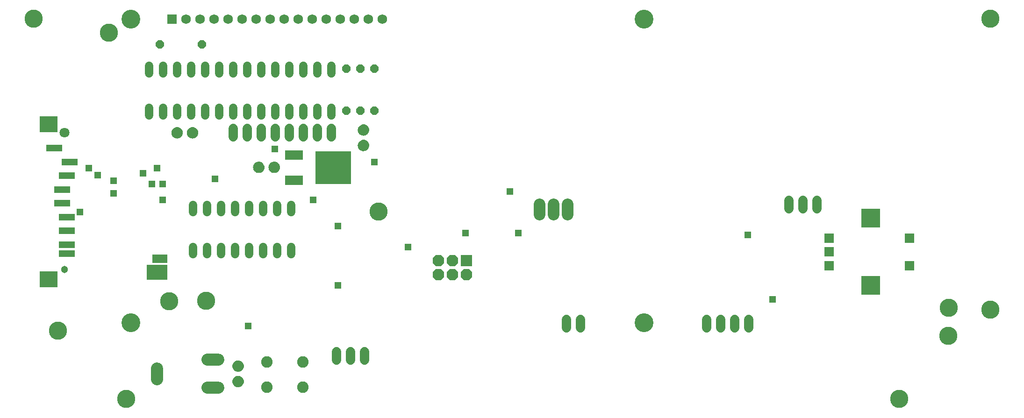
<source format=gbs>
G75*
G70*
%OFA0B0*%
%FSLAX24Y24*%
%IPPOS*%
%LPD*%
%AMOC8*
5,1,8,0,0,1.08239X$1,22.5*
%
%ADD10R,0.0820X0.0820*%
%ADD11OC8,0.0820*%
%ADD12C,0.1300*%
%ADD13C,0.0680*%
%ADD14C,0.0600*%
%ADD15OC8,0.0600*%
%ADD16R,0.0674X0.0674*%
%ADD17R,0.1346X0.1346*%
%ADD18R,0.0680X0.0680*%
%ADD19C,0.0680*%
%ADD20C,0.1340*%
%ADD21C,0.0860*%
%ADD22C,0.0050*%
%ADD23R,0.2521X0.2363*%
%ADD24R,0.1261X0.0710*%
%ADD25R,0.1261X0.1143*%
%ADD26R,0.1123X0.0513*%
%ADD27R,0.1458X0.0631*%
%ADD28R,0.1458X0.0474*%
%ADD29R,0.1064X0.0631*%
%ADD30C,0.0710*%
%ADD31C,0.0513*%
%ADD32C,0.0820*%
%ADD33C,0.0674*%
%ADD34C,0.0820*%
%ADD35R,0.0476X0.0476*%
D10*
X033031Y011181D03*
D11*
X032031Y011181D03*
X031031Y011181D03*
X031031Y010181D03*
X032031Y010181D03*
X033031Y010181D03*
D12*
X008781Y001306D03*
X003906Y006181D03*
X011826Y008289D03*
X014451Y008314D03*
X026781Y014681D03*
X007531Y027431D03*
X002156Y028431D03*
X067426Y007826D03*
X070406Y007681D03*
X067413Y005814D03*
X063906Y001306D03*
X070406Y028431D03*
D13*
X058031Y015481D02*
X058031Y014881D01*
X057031Y014881D02*
X057031Y015481D01*
X056031Y015481D02*
X056031Y014881D01*
X053156Y006981D02*
X053156Y006381D01*
X052156Y006381D02*
X052156Y006981D01*
X051156Y006981D02*
X051156Y006381D01*
X050156Y006381D02*
X050156Y006981D01*
X041156Y006981D02*
X041156Y006381D01*
X040156Y006381D02*
X040156Y006981D01*
X023388Y020014D02*
X023388Y020614D01*
X022388Y020614D02*
X022388Y020014D01*
X021388Y020014D02*
X021388Y020614D01*
X020388Y020614D02*
X020388Y020014D01*
X019388Y020014D02*
X019388Y020614D01*
X018388Y020614D02*
X018388Y020014D01*
X017388Y020014D02*
X017388Y020614D01*
X016388Y020614D02*
X016388Y020014D01*
D14*
X016401Y021554D02*
X016401Y022074D01*
X017401Y022074D02*
X017401Y021554D01*
X018401Y021554D02*
X018401Y022074D01*
X019401Y022074D02*
X019401Y021554D01*
X020401Y021554D02*
X020401Y022074D01*
X021401Y022074D02*
X021401Y021554D01*
X022401Y021554D02*
X022401Y022074D01*
X023401Y022074D02*
X023401Y021554D01*
X015401Y021554D02*
X015401Y022074D01*
X014401Y022074D02*
X014401Y021554D01*
X013401Y021554D02*
X013401Y022074D01*
X012401Y022074D02*
X012401Y021554D01*
X011401Y021554D02*
X011401Y022074D01*
X010401Y022074D02*
X010401Y021554D01*
X010401Y024554D02*
X010401Y025074D01*
X011401Y025074D02*
X011401Y024554D01*
X012401Y024554D02*
X012401Y025074D01*
X013401Y025074D02*
X013401Y024554D01*
X014401Y024554D02*
X014401Y025074D01*
X015401Y025074D02*
X015401Y024554D01*
X016401Y024554D02*
X016401Y025074D01*
X017401Y025074D02*
X017401Y024554D01*
X018401Y024554D02*
X018401Y025074D01*
X019401Y025074D02*
X019401Y024554D01*
X020401Y024554D02*
X020401Y025074D01*
X021401Y025074D02*
X021401Y024554D01*
X022401Y024554D02*
X022401Y025074D01*
X023401Y025074D02*
X023401Y024554D01*
X020526Y015161D02*
X020526Y014641D01*
X019526Y014641D02*
X019526Y015161D01*
X018526Y015161D02*
X018526Y014641D01*
X017526Y014641D02*
X017526Y015161D01*
X016526Y015161D02*
X016526Y014641D01*
X015526Y014641D02*
X015526Y015161D01*
X014526Y015161D02*
X014526Y014641D01*
X013526Y014641D02*
X013526Y015161D01*
X013526Y012161D02*
X013526Y011641D01*
X014526Y011641D02*
X014526Y012161D01*
X015526Y012161D02*
X015526Y011641D01*
X016526Y011641D02*
X016526Y012161D01*
X017526Y012161D02*
X017526Y011641D01*
X018526Y011641D02*
X018526Y012161D01*
X019526Y012161D02*
X019526Y011641D01*
X020526Y011641D02*
X020526Y012161D01*
D15*
X024463Y021864D03*
X025463Y021876D03*
X026451Y021889D03*
X026451Y024889D03*
X025463Y024876D03*
X024463Y024864D03*
X014163Y026614D03*
X011163Y026614D03*
D16*
X058911Y012785D03*
X058911Y011801D03*
X058911Y010817D03*
X064619Y010817D03*
X064619Y012785D03*
D17*
X061863Y014203D03*
X061863Y009400D03*
D18*
X012050Y028401D03*
D19*
X013050Y028401D03*
X014050Y028401D03*
X015050Y028401D03*
X016050Y028401D03*
X017050Y028401D03*
X018050Y028401D03*
X019050Y028401D03*
X020050Y028401D03*
X021050Y028401D03*
X022050Y028401D03*
X023050Y028401D03*
X024050Y028401D03*
X025050Y028401D03*
X026050Y028401D03*
X027050Y028401D03*
D20*
X009098Y028401D03*
X045712Y028401D03*
X045712Y006748D03*
X009098Y006748D03*
D21*
X014561Y004101D02*
X015341Y004101D01*
X010951Y003491D02*
X010951Y002711D01*
X014561Y002101D02*
X015341Y002101D01*
D22*
X016398Y002419D02*
X016381Y002482D01*
X016374Y002548D01*
X016381Y002614D01*
X016399Y002678D01*
X016428Y002737D01*
X016466Y002791D01*
X016514Y002837D01*
X016569Y002874D01*
X016629Y002901D01*
X016693Y002917D01*
X016759Y002922D01*
X016831Y002914D01*
X016900Y002893D01*
X016963Y002858D01*
X017019Y002811D01*
X017064Y002755D01*
X017097Y002691D01*
X017118Y002621D01*
X017124Y002549D01*
X017119Y002485D01*
X017103Y002422D01*
X017077Y002363D01*
X017040Y002309D01*
X016995Y002263D01*
X016943Y002225D01*
X016885Y002197D01*
X016822Y002180D01*
X016758Y002173D01*
X016692Y002178D01*
X016628Y002194D01*
X016568Y002222D01*
X016513Y002259D01*
X016466Y002305D01*
X016427Y002359D01*
X016398Y002419D01*
X016402Y002411D02*
X017098Y002411D01*
X017113Y002459D02*
X016387Y002459D01*
X016378Y002508D02*
X017121Y002508D01*
X017123Y002556D02*
X016375Y002556D01*
X016380Y002605D02*
X017119Y002605D01*
X017108Y002653D02*
X016392Y002653D01*
X016410Y002702D02*
X017092Y002702D01*
X017066Y002750D02*
X016437Y002750D01*
X016475Y002799D02*
X017029Y002799D01*
X016976Y002847D02*
X016529Y002847D01*
X016617Y002896D02*
X016889Y002896D01*
X016822Y003282D02*
X016758Y003275D01*
X016692Y003280D01*
X016628Y003296D01*
X016568Y003324D01*
X016513Y003361D01*
X016466Y003407D01*
X016427Y003461D01*
X016398Y003521D01*
X016381Y003584D01*
X016374Y003650D01*
X016381Y003716D01*
X016399Y003780D01*
X016428Y003839D01*
X016466Y003893D01*
X016514Y003939D01*
X016569Y003976D01*
X016629Y004003D01*
X016693Y004019D01*
X016759Y004024D01*
X016831Y004016D01*
X016900Y003995D01*
X016963Y003960D01*
X017019Y003913D01*
X017064Y003857D01*
X017097Y003793D01*
X017118Y003723D01*
X017124Y003651D01*
X017119Y003587D01*
X017103Y003524D01*
X017077Y003465D01*
X017040Y003411D01*
X016995Y003365D01*
X016943Y003327D01*
X016885Y003299D01*
X016822Y003282D01*
X016830Y003284D02*
X016677Y003284D01*
X016555Y003332D02*
X016950Y003332D01*
X017011Y003381D02*
X016493Y003381D01*
X016450Y003429D02*
X017053Y003429D01*
X017083Y003478D02*
X016419Y003478D01*
X016397Y003526D02*
X017104Y003526D01*
X017116Y003575D02*
X016383Y003575D01*
X016377Y003623D02*
X017122Y003623D01*
X017122Y003672D02*
X016376Y003672D01*
X016382Y003720D02*
X017118Y003720D01*
X017104Y003769D02*
X016396Y003769D01*
X016417Y003817D02*
X017085Y003817D01*
X017057Y003866D02*
X016447Y003866D01*
X016489Y003914D02*
X017017Y003914D01*
X016958Y003963D02*
X016549Y003963D01*
X016661Y004011D02*
X016847Y004011D01*
X017076Y002362D02*
X016425Y002362D01*
X016459Y002314D02*
X017043Y002314D01*
X016997Y002265D02*
X016507Y002265D01*
X016578Y002217D02*
X016925Y002217D01*
X018159Y017470D02*
X018097Y017486D01*
X018038Y017513D01*
X017984Y017549D01*
X017938Y017594D01*
X017900Y017647D01*
X017872Y017705D01*
X017855Y017767D01*
X017848Y017832D01*
X017853Y017898D01*
X017869Y017962D01*
X017897Y018022D01*
X017934Y018077D01*
X017980Y018124D01*
X018034Y018163D01*
X018093Y018191D01*
X018157Y018209D01*
X018223Y018216D01*
X018289Y018209D01*
X018352Y018191D01*
X018412Y018162D01*
X018466Y018123D01*
X018512Y018076D01*
X018549Y018021D01*
X018576Y017961D01*
X018592Y017897D01*
X018597Y017831D01*
X018589Y017759D01*
X018567Y017690D01*
X018533Y017626D01*
X018486Y017571D01*
X018430Y017526D01*
X018366Y017492D01*
X018296Y017472D01*
X018224Y017466D01*
X018159Y017470D01*
X018079Y017494D02*
X018370Y017494D01*
X018451Y017543D02*
X017994Y017543D01*
X017941Y017591D02*
X018503Y017591D01*
X018540Y017640D02*
X017905Y017640D01*
X017880Y017688D02*
X018567Y017688D01*
X018582Y017737D02*
X017863Y017737D01*
X017853Y017785D02*
X018592Y017785D01*
X018597Y017834D02*
X017848Y017834D01*
X017852Y017882D02*
X018593Y017882D01*
X018584Y017931D02*
X017862Y017931D01*
X017877Y017979D02*
X018568Y017979D01*
X018544Y018028D02*
X017901Y018028D01*
X017934Y018076D02*
X018511Y018076D01*
X018463Y018125D02*
X017981Y018125D01*
X018057Y018173D02*
X018388Y018173D01*
X018971Y017962D02*
X018999Y018022D01*
X019036Y018077D01*
X019082Y018124D01*
X019136Y018163D01*
X019195Y018191D01*
X019259Y018209D01*
X019325Y018216D01*
X019391Y018209D01*
X019454Y018191D01*
X019514Y018162D01*
X019568Y018123D01*
X019614Y018076D01*
X019651Y018021D01*
X019678Y017961D01*
X019694Y017897D01*
X019699Y017831D01*
X019691Y017759D01*
X019669Y017690D01*
X019635Y017626D01*
X019588Y017571D01*
X019532Y017526D01*
X019468Y017492D01*
X019398Y017472D01*
X019326Y017466D01*
X019261Y017470D01*
X019199Y017486D01*
X019140Y017513D01*
X019086Y017549D01*
X019040Y017594D01*
X019002Y017647D01*
X018974Y017705D01*
X018957Y017767D01*
X018950Y017832D01*
X018955Y017898D01*
X018971Y017962D01*
X018979Y017979D02*
X019670Y017979D01*
X019686Y017931D02*
X018964Y017931D01*
X018954Y017882D02*
X019695Y017882D01*
X019699Y017834D02*
X018950Y017834D01*
X018955Y017785D02*
X019694Y017785D01*
X019684Y017737D02*
X018965Y017737D01*
X018982Y017688D02*
X019669Y017688D01*
X019642Y017640D02*
X019007Y017640D01*
X019043Y017591D02*
X019605Y017591D01*
X019553Y017543D02*
X019096Y017543D01*
X019181Y017494D02*
X019472Y017494D01*
X019646Y018028D02*
X019003Y018028D01*
X019036Y018076D02*
X019613Y018076D01*
X019565Y018125D02*
X019083Y018125D01*
X019159Y018173D02*
X019490Y018173D01*
X025318Y019332D02*
X025336Y019269D01*
X025365Y019209D01*
X025403Y019155D01*
X025450Y019109D01*
X025505Y019072D01*
X025565Y019044D01*
X025630Y019028D01*
X025695Y019023D01*
X025760Y019030D01*
X025822Y019047D01*
X025880Y019075D01*
X025933Y019113D01*
X025978Y019159D01*
X026014Y019213D01*
X026041Y019272D01*
X026057Y019335D01*
X026062Y019399D01*
X026055Y019471D01*
X026035Y019541D01*
X026002Y019605D01*
X025956Y019661D01*
X025901Y019708D01*
X025837Y019743D01*
X025768Y019764D01*
X025697Y019772D01*
X025631Y019767D01*
X025566Y019751D01*
X025506Y019724D01*
X025451Y019687D01*
X025404Y019641D01*
X025365Y019587D01*
X025336Y019528D01*
X025318Y019464D01*
X025311Y019398D01*
X025318Y019332D01*
X025318Y019337D02*
X026057Y019337D01*
X026061Y019386D02*
X025313Y019386D01*
X025315Y019434D02*
X026058Y019434D01*
X026052Y019483D02*
X025324Y019483D01*
X025338Y019531D02*
X026038Y019531D01*
X026015Y019580D02*
X025362Y019580D01*
X025395Y019628D02*
X025983Y019628D01*
X025938Y019677D02*
X025441Y019677D01*
X025509Y019725D02*
X025869Y019725D01*
X025760Y020132D02*
X025695Y020125D01*
X025630Y020130D01*
X025565Y020146D01*
X025505Y020174D01*
X025450Y020211D01*
X025403Y020257D01*
X025365Y020311D01*
X025336Y020371D01*
X025318Y020434D01*
X025311Y020500D01*
X025318Y020566D01*
X025336Y020630D01*
X025365Y020689D01*
X025404Y020743D01*
X025451Y020789D01*
X025506Y020826D01*
X025566Y020853D01*
X025631Y020869D01*
X025697Y020874D01*
X025768Y020866D01*
X025837Y020845D01*
X025901Y020810D01*
X025956Y020763D01*
X026002Y020707D01*
X026035Y020643D01*
X026055Y020573D01*
X026062Y020501D01*
X026057Y020437D01*
X026041Y020374D01*
X026014Y020315D01*
X025978Y020261D01*
X025933Y020215D01*
X025880Y020177D01*
X025822Y020149D01*
X025760Y020132D01*
X025848Y020162D02*
X025531Y020162D01*
X025451Y020210D02*
X025926Y020210D01*
X025975Y020259D02*
X025402Y020259D01*
X025367Y020307D02*
X026009Y020307D01*
X026033Y020356D02*
X025343Y020356D01*
X025326Y020404D02*
X026049Y020404D01*
X026058Y020453D02*
X025316Y020453D01*
X025312Y020501D02*
X026061Y020501D01*
X026057Y020550D02*
X025317Y020550D01*
X025327Y020598D02*
X026048Y020598D01*
X026033Y020647D02*
X025345Y020647D01*
X025370Y020695D02*
X026008Y020695D01*
X025972Y020744D02*
X025405Y020744D01*
X025456Y020792D02*
X025922Y020792D01*
X025844Y020841D02*
X025539Y020841D01*
X025330Y019289D02*
X026045Y019289D01*
X026027Y019240D02*
X025349Y019240D01*
X025377Y019192D02*
X026000Y019192D01*
X025962Y019143D02*
X025415Y019143D01*
X025471Y019095D02*
X025908Y019095D01*
X025819Y019046D02*
X025561Y019046D01*
X013874Y020293D02*
X013866Y020221D01*
X013844Y020152D01*
X013810Y020089D01*
X013763Y020033D01*
X013707Y019988D01*
X013643Y019955D01*
X013573Y019934D01*
X013501Y019928D01*
X013436Y019933D01*
X013374Y019949D01*
X013315Y019975D01*
X013261Y020012D01*
X013215Y020057D01*
X013177Y020109D01*
X013149Y020168D01*
X013132Y020230D01*
X013125Y020294D01*
X013130Y020360D01*
X013146Y020424D01*
X013174Y020484D01*
X013211Y020539D01*
X013257Y020586D01*
X013311Y020625D01*
X013370Y020654D01*
X013434Y020672D01*
X013500Y020678D01*
X013566Y020671D01*
X013629Y020653D01*
X013689Y020625D01*
X013743Y020586D01*
X013789Y020538D01*
X013826Y020484D01*
X013853Y020423D01*
X013869Y020359D01*
X013874Y020293D01*
X013873Y020307D02*
X013126Y020307D01*
X013129Y020259D02*
X013870Y020259D01*
X013863Y020210D02*
X013137Y020210D01*
X013152Y020162D02*
X013847Y020162D01*
X013823Y020113D02*
X013175Y020113D01*
X013209Y020065D02*
X013790Y020065D01*
X013742Y020016D02*
X013256Y020016D01*
X013331Y019968D02*
X013668Y019968D01*
X013869Y020356D02*
X013130Y020356D01*
X013141Y020404D02*
X013858Y020404D01*
X013840Y020453D02*
X013159Y020453D01*
X013185Y020501D02*
X013814Y020501D01*
X013777Y020550D02*
X013221Y020550D01*
X013274Y020598D02*
X013725Y020598D01*
X013643Y020647D02*
X013356Y020647D01*
X012751Y020423D02*
X012767Y020359D01*
X012772Y020293D01*
X012764Y020221D01*
X012742Y020152D01*
X012708Y020089D01*
X012661Y020033D01*
X012605Y019988D01*
X012541Y019955D01*
X012471Y019934D01*
X012399Y019928D01*
X012334Y019933D01*
X012272Y019949D01*
X012213Y019975D01*
X012159Y020012D01*
X012113Y020057D01*
X012075Y020109D01*
X012047Y020168D01*
X012030Y020230D01*
X012023Y020294D01*
X012028Y020360D01*
X012044Y020424D01*
X012072Y020484D01*
X012109Y020539D01*
X012155Y020586D01*
X012209Y020625D01*
X012268Y020654D01*
X012332Y020672D01*
X012398Y020678D01*
X012464Y020671D01*
X012527Y020653D01*
X012587Y020625D01*
X012641Y020586D01*
X012687Y020538D01*
X012724Y020484D01*
X012751Y020423D01*
X012756Y020404D02*
X012039Y020404D01*
X012028Y020356D02*
X012767Y020356D01*
X012771Y020307D02*
X012024Y020307D01*
X012027Y020259D02*
X012768Y020259D01*
X012761Y020210D02*
X012035Y020210D01*
X012050Y020162D02*
X012745Y020162D01*
X012721Y020113D02*
X012073Y020113D01*
X012107Y020065D02*
X012688Y020065D01*
X012640Y020016D02*
X012154Y020016D01*
X012229Y019968D02*
X012566Y019968D01*
X012738Y020453D02*
X012057Y020453D01*
X012083Y020501D02*
X012712Y020501D01*
X012675Y020550D02*
X012119Y020550D01*
X012172Y020598D02*
X012623Y020598D01*
X012541Y020647D02*
X012254Y020647D01*
D23*
X023550Y017826D03*
D24*
X020724Y016928D03*
X020724Y018724D03*
D25*
X003241Y020924D03*
X003241Y009861D03*
D26*
X004527Y011682D03*
X004527Y012321D03*
X004527Y013306D03*
X004527Y014290D03*
X004212Y015274D03*
X004212Y016258D03*
X004527Y017243D03*
X004724Y018227D03*
X003621Y019211D03*
D27*
X010958Y010097D03*
D28*
X010958Y010648D03*
D29*
X011155Y011318D03*
D30*
X004363Y020314D03*
D31*
X004363Y010550D03*
D32*
X018808Y003929D03*
X021368Y003929D03*
X021368Y002149D03*
X018808Y002149D03*
D33*
X023776Y004092D02*
X023776Y004685D01*
X024776Y004685D02*
X024776Y004092D01*
X025776Y004092D02*
X025776Y004685D01*
D34*
X038226Y014476D02*
X038226Y015216D01*
X039226Y015216D02*
X039226Y014476D01*
X040226Y014476D02*
X040226Y015216D01*
D35*
X036118Y016120D03*
X036726Y013151D03*
X032976Y013151D03*
X028851Y012151D03*
X023851Y013651D03*
X022101Y015526D03*
X015101Y017026D03*
X011351Y016651D03*
X010601Y016651D03*
X009976Y017401D03*
X010976Y017776D03*
X007876Y016864D03*
X006726Y017276D03*
X006101Y017776D03*
X007851Y015976D03*
X005476Y014651D03*
X011351Y015526D03*
X019351Y019151D03*
X026463Y018226D03*
X053101Y013026D03*
X054851Y008401D03*
X023851Y009401D03*
X017476Y006526D03*
M02*

</source>
